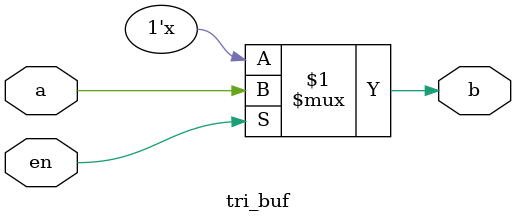
<source format=v>
`timescale 1ns / 1ps


//Design code 
module tri_buf(input a, input en,output b);
assign b= en ? a:1'bz;
endmodule

</source>
